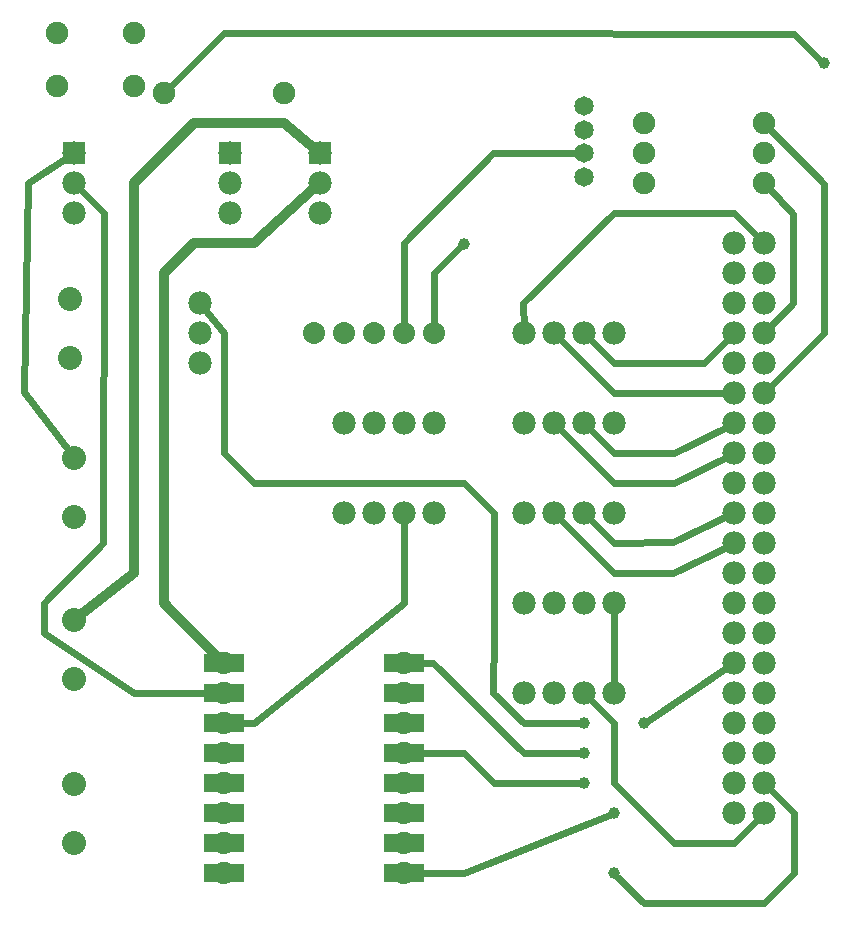
<source format=gbl>
G04 MADE WITH FRITZING*
G04 WWW.FRITZING.ORG*
G04 DOUBLE SIDED*
G04 HOLES PLATED*
G04 CONTOUR ON CENTER OF CONTOUR VECTOR*
%ASAXBY*%
%FSLAX23Y23*%
%MOIN*%
%OFA0B0*%
%SFA1.0B1.0*%
%ADD10C,0.039370*%
%ADD11C,0.075000*%
%ADD12C,0.078000*%
%ADD13C,0.065000*%
%ADD14C,0.080000*%
%ADD15C,0.073379*%
%ADD16C,0.074000*%
%ADD17R,0.078000X0.078000*%
%ADD18C,0.024000*%
%ADD19C,0.032000*%
%ADD20R,0.001000X0.001000*%
%LNCOPPER0*%
G90*
G70*
G54D10*
X2080Y335D03*
X1980Y634D03*
X2180Y633D03*
X1579Y2232D03*
X2779Y2834D03*
X1979Y533D03*
X1979Y433D03*
X2079Y134D03*
G54D11*
X479Y2757D03*
X223Y2757D03*
X479Y2934D03*
X223Y2934D03*
G54D12*
X799Y2534D03*
X799Y2434D03*
X799Y2334D03*
G54D13*
X1979Y2455D03*
X1979Y2534D03*
X1979Y2612D03*
X1979Y2691D03*
G54D14*
X280Y978D03*
X280Y781D03*
X280Y1518D03*
X280Y1321D03*
G54D15*
X1479Y1934D03*
X1379Y1934D03*
X1279Y1934D03*
X1179Y1934D03*
X1079Y1934D03*
G54D12*
X699Y2034D03*
X699Y1934D03*
X699Y1834D03*
G54D14*
X279Y431D03*
X279Y234D03*
G54D11*
X979Y2734D03*
X579Y2734D03*
X2579Y2634D03*
X2179Y2634D03*
X2579Y2534D03*
X2179Y2534D03*
X2579Y2434D03*
X2179Y2434D03*
G54D12*
X1099Y2534D03*
X1099Y2434D03*
X1099Y2334D03*
X279Y2534D03*
X279Y2434D03*
X279Y2334D03*
X2079Y734D03*
X1979Y734D03*
X1879Y734D03*
X1779Y734D03*
X1479Y1334D03*
X1379Y1334D03*
X1279Y1334D03*
X1179Y1334D03*
X1479Y1634D03*
X1379Y1634D03*
X1279Y1634D03*
X1179Y1634D03*
X2079Y1034D03*
X1979Y1034D03*
X1879Y1034D03*
X1779Y1034D03*
X2079Y1634D03*
X1979Y1634D03*
X1879Y1634D03*
X1779Y1634D03*
G54D14*
X268Y2046D03*
X268Y1849D03*
G54D12*
X2579Y334D03*
X2579Y434D03*
X2579Y534D03*
X2579Y634D03*
X2579Y734D03*
X2579Y834D03*
X2579Y934D03*
X2579Y1034D03*
X2579Y1134D03*
X2579Y1234D03*
X2579Y1334D03*
X2579Y1434D03*
X2579Y1534D03*
X2579Y1634D03*
X2579Y1734D03*
X2579Y1834D03*
X2579Y1934D03*
X2579Y2034D03*
X2579Y2134D03*
X2579Y2234D03*
X2579Y334D03*
X2579Y434D03*
X2579Y534D03*
X2579Y634D03*
X2579Y734D03*
X2579Y834D03*
X2579Y934D03*
X2579Y1034D03*
X2579Y1134D03*
X2579Y1234D03*
X2579Y1334D03*
X2579Y1434D03*
X2579Y1534D03*
X2579Y1634D03*
X2579Y1734D03*
X2579Y1834D03*
X2579Y1934D03*
X2579Y2034D03*
X2579Y2134D03*
X2579Y2234D03*
X2479Y2234D03*
X2479Y2134D03*
X2479Y2034D03*
X2479Y1934D03*
X2479Y1834D03*
X2479Y1734D03*
X2479Y1634D03*
X2479Y1534D03*
X2479Y1434D03*
X2479Y1334D03*
X2479Y1234D03*
X2479Y1134D03*
X2479Y1034D03*
X2479Y934D03*
X2479Y834D03*
X2479Y734D03*
X2479Y634D03*
X2479Y534D03*
X2479Y434D03*
X2479Y334D03*
X2079Y1934D03*
X1979Y1934D03*
X1879Y1934D03*
X1779Y1934D03*
X2079Y1334D03*
X1979Y1334D03*
X1879Y1334D03*
X1779Y1334D03*
G54D16*
X779Y134D03*
X779Y234D03*
X779Y334D03*
X779Y434D03*
X779Y534D03*
X779Y634D03*
X779Y734D03*
X779Y834D03*
X1379Y834D03*
X1379Y734D03*
X1379Y634D03*
X1379Y534D03*
X1379Y434D03*
X1379Y334D03*
X1379Y234D03*
X1379Y134D03*
G54D17*
X799Y2534D03*
X1099Y2534D03*
X279Y2534D03*
G54D18*
X879Y634D02*
X799Y634D01*
D02*
X1380Y1034D02*
X879Y634D01*
D02*
X1379Y1315D02*
X1380Y1034D01*
D02*
X2678Y2035D02*
X2678Y2332D01*
D02*
X2593Y1947D02*
X2678Y2035D01*
D02*
X2678Y2332D02*
X2592Y2421D01*
D02*
X2779Y1934D02*
X2779Y2432D01*
D02*
X2593Y1747D02*
X2779Y1934D01*
D02*
X2779Y2432D02*
X2592Y2621D01*
D02*
X1581Y134D02*
X1399Y134D01*
D02*
X2072Y332D02*
X1581Y134D01*
D02*
X1380Y2235D02*
X1678Y2533D01*
D02*
X1678Y2533D02*
X1967Y2534D01*
D02*
X1379Y1955D02*
X1380Y2235D01*
D02*
X1779Y633D02*
X1678Y733D01*
D02*
X1972Y634D02*
X1779Y633D01*
D02*
X1678Y733D02*
X1680Y934D01*
D02*
X1680Y1334D02*
X1580Y1434D01*
D02*
X880Y1434D02*
X780Y1534D01*
D02*
X1680Y934D02*
X1680Y1334D01*
D02*
X1580Y1434D02*
X880Y1434D01*
D02*
X780Y1534D02*
X780Y1934D01*
D02*
X780Y1934D02*
X711Y2019D01*
D02*
X2464Y823D02*
X2186Y637D01*
D02*
X1481Y2135D02*
X1480Y1955D01*
D02*
X1574Y2227D02*
X1481Y2135D01*
D02*
X780Y2933D02*
X592Y2746D01*
D02*
X1479Y2934D02*
X780Y2933D01*
D02*
X2680Y2932D02*
X1479Y2934D01*
D02*
X2777Y2835D02*
X2680Y2932D01*
D02*
X2777Y2835D02*
X2777Y2835D01*
G54D19*
D02*
X581Y2134D02*
X680Y2234D01*
D02*
X680Y2234D02*
X880Y2234D01*
D02*
X581Y1034D02*
X581Y2134D01*
D02*
X880Y2234D02*
X1085Y2421D01*
D02*
X765Y848D02*
X581Y1034D01*
G54D18*
D02*
X2079Y753D02*
X2079Y1015D01*
D02*
X2080Y634D02*
X1993Y720D01*
D02*
X2080Y434D02*
X2080Y634D01*
D02*
X2279Y233D02*
X2080Y434D01*
D02*
X2479Y233D02*
X2279Y233D01*
D02*
X2566Y320D02*
X2479Y233D01*
D02*
X1779Y533D02*
X1478Y833D01*
D02*
X1971Y533D02*
X1779Y533D01*
D02*
X1478Y833D02*
X1399Y834D01*
D02*
X1580Y534D02*
X1399Y534D01*
D02*
X1680Y434D02*
X1580Y534D01*
D02*
X1971Y433D02*
X1680Y434D01*
D02*
X2593Y420D02*
X2679Y333D01*
D02*
X2679Y333D02*
X2679Y133D01*
D02*
X2579Y33D02*
X2179Y33D01*
D02*
X2679Y133D02*
X2579Y33D01*
D02*
X2179Y33D02*
X2085Y128D01*
D02*
X1778Y2033D02*
X1779Y1953D01*
D02*
X2079Y2335D02*
X1778Y2033D01*
D02*
X2480Y2335D02*
X2079Y2335D01*
D02*
X2566Y2247D02*
X2480Y2335D01*
G54D19*
D02*
X479Y2434D02*
X479Y1134D01*
D02*
X479Y1134D02*
X298Y992D01*
D02*
X679Y2633D02*
X479Y2434D01*
D02*
X980Y2633D02*
X679Y2633D01*
D02*
X1085Y2546D02*
X980Y2633D01*
G54D18*
D02*
X113Y1738D02*
X127Y2433D01*
D02*
X127Y2433D02*
X264Y2523D01*
D02*
X266Y1536D02*
X113Y1738D01*
D02*
X378Y1235D02*
X379Y2334D01*
D02*
X180Y1033D02*
X378Y1235D01*
D02*
X181Y934D02*
X180Y1033D01*
D02*
X479Y734D02*
X181Y934D01*
D02*
X379Y2334D02*
X293Y2420D01*
D02*
X780Y733D02*
X479Y734D01*
D02*
X780Y733D02*
X780Y733D01*
D02*
X2380Y1834D02*
X2079Y1834D01*
D02*
X2279Y1534D02*
X2079Y1534D01*
D02*
X2279Y1435D02*
X2079Y1434D01*
D02*
X2079Y1434D02*
X1893Y1620D01*
D02*
X2462Y1525D02*
X2279Y1435D01*
D02*
X2079Y1534D02*
X1993Y1620D01*
D02*
X2462Y1625D02*
X2279Y1534D01*
D02*
X2079Y1734D02*
X1893Y1920D01*
D02*
X2460Y1734D02*
X2079Y1734D01*
D02*
X2079Y1834D02*
X1993Y1920D01*
D02*
X2466Y1920D02*
X2380Y1834D01*
D02*
X2277Y1133D02*
X2079Y1134D01*
D02*
X2277Y1236D02*
X2079Y1234D01*
D02*
X2079Y1134D02*
X1893Y1320D01*
D02*
X2462Y1225D02*
X2277Y1133D01*
D02*
X2079Y1234D02*
X1993Y1320D01*
D02*
X2462Y1326D02*
X2277Y1236D01*
G54D20*
X715Y862D02*
X773Y862D01*
X787Y862D02*
X845Y862D01*
X1315Y862D02*
X1373Y862D01*
X1387Y862D02*
X1445Y862D01*
X715Y861D02*
X770Y861D01*
X790Y861D02*
X845Y861D01*
X1315Y861D02*
X1370Y861D01*
X1390Y861D02*
X1445Y861D01*
X715Y860D02*
X767Y860D01*
X792Y860D02*
X845Y860D01*
X1315Y860D02*
X1367Y860D01*
X1392Y860D02*
X1445Y860D01*
X715Y859D02*
X765Y859D01*
X794Y859D02*
X845Y859D01*
X1315Y859D02*
X1365Y859D01*
X1394Y859D02*
X1445Y859D01*
X715Y858D02*
X764Y858D01*
X796Y858D02*
X845Y858D01*
X1315Y858D02*
X1364Y858D01*
X1396Y858D02*
X1445Y858D01*
X715Y857D02*
X762Y857D01*
X797Y857D02*
X845Y857D01*
X1315Y857D02*
X1362Y857D01*
X1397Y857D02*
X1445Y857D01*
X715Y856D02*
X761Y856D01*
X799Y856D02*
X845Y856D01*
X1315Y856D02*
X1361Y856D01*
X1398Y856D02*
X1445Y856D01*
X715Y855D02*
X760Y855D01*
X800Y855D02*
X845Y855D01*
X1315Y855D02*
X1360Y855D01*
X1400Y855D02*
X1445Y855D01*
X715Y854D02*
X759Y854D01*
X801Y854D02*
X845Y854D01*
X1315Y854D02*
X1359Y854D01*
X1401Y854D02*
X1445Y854D01*
X715Y853D02*
X758Y853D01*
X802Y853D02*
X845Y853D01*
X1315Y853D02*
X1358Y853D01*
X1402Y853D02*
X1445Y853D01*
X715Y852D02*
X757Y852D01*
X802Y852D02*
X845Y852D01*
X1315Y852D02*
X1357Y852D01*
X1402Y852D02*
X1445Y852D01*
X715Y851D02*
X756Y851D01*
X803Y851D02*
X845Y851D01*
X1315Y851D02*
X1356Y851D01*
X1403Y851D02*
X1445Y851D01*
X715Y850D02*
X756Y850D01*
X804Y850D02*
X845Y850D01*
X1315Y850D02*
X1356Y850D01*
X1404Y850D02*
X1445Y850D01*
X715Y849D02*
X755Y849D01*
X805Y849D02*
X845Y849D01*
X1315Y849D02*
X1355Y849D01*
X1405Y849D02*
X1445Y849D01*
X715Y848D02*
X754Y848D01*
X805Y848D02*
X845Y848D01*
X1315Y848D02*
X1354Y848D01*
X1405Y848D02*
X1445Y848D01*
X715Y847D02*
X754Y847D01*
X806Y847D02*
X845Y847D01*
X1315Y847D02*
X1354Y847D01*
X1406Y847D02*
X1445Y847D01*
X715Y846D02*
X753Y846D01*
X806Y846D02*
X845Y846D01*
X1315Y846D02*
X1353Y846D01*
X1406Y846D02*
X1445Y846D01*
X715Y845D02*
X753Y845D01*
X807Y845D02*
X845Y845D01*
X1315Y845D02*
X1353Y845D01*
X1407Y845D02*
X1445Y845D01*
X715Y844D02*
X753Y844D01*
X807Y844D02*
X845Y844D01*
X1315Y844D02*
X1353Y844D01*
X1407Y844D02*
X1445Y844D01*
X715Y843D02*
X752Y843D01*
X807Y843D02*
X845Y843D01*
X1315Y843D02*
X1352Y843D01*
X1407Y843D02*
X1445Y843D01*
X715Y842D02*
X752Y842D01*
X808Y842D02*
X845Y842D01*
X1315Y842D02*
X1352Y842D01*
X1408Y842D02*
X1445Y842D01*
X715Y841D02*
X752Y841D01*
X808Y841D02*
X845Y841D01*
X1315Y841D02*
X1352Y841D01*
X1408Y841D02*
X1445Y841D01*
X715Y840D02*
X751Y840D01*
X808Y840D02*
X845Y840D01*
X1315Y840D02*
X1351Y840D01*
X1408Y840D02*
X1445Y840D01*
X715Y839D02*
X751Y839D01*
X808Y839D02*
X845Y839D01*
X1315Y839D02*
X1351Y839D01*
X1408Y839D02*
X1445Y839D01*
X715Y838D02*
X751Y838D01*
X809Y838D02*
X845Y838D01*
X1315Y838D02*
X1351Y838D01*
X1408Y838D02*
X1445Y838D01*
X715Y837D02*
X751Y837D01*
X809Y837D02*
X845Y837D01*
X1315Y837D02*
X1351Y837D01*
X1409Y837D02*
X1445Y837D01*
X715Y836D02*
X751Y836D01*
X809Y836D02*
X845Y836D01*
X1315Y836D02*
X1351Y836D01*
X1409Y836D02*
X1445Y836D01*
X715Y835D02*
X751Y835D01*
X809Y835D02*
X845Y835D01*
X1315Y835D02*
X1351Y835D01*
X1409Y835D02*
X1445Y835D01*
X715Y834D02*
X751Y834D01*
X809Y834D02*
X845Y834D01*
X1315Y834D02*
X1351Y834D01*
X1409Y834D02*
X1445Y834D01*
X715Y833D02*
X751Y833D01*
X809Y833D02*
X845Y833D01*
X1315Y833D02*
X1351Y833D01*
X1409Y833D02*
X1445Y833D01*
X715Y832D02*
X751Y832D01*
X809Y832D02*
X845Y832D01*
X1315Y832D02*
X1351Y832D01*
X1409Y832D02*
X1445Y832D01*
X715Y831D02*
X751Y831D01*
X809Y831D02*
X845Y831D01*
X1315Y831D02*
X1351Y831D01*
X1409Y831D02*
X1445Y831D01*
X715Y830D02*
X751Y830D01*
X808Y830D02*
X845Y830D01*
X1315Y830D02*
X1351Y830D01*
X1408Y830D02*
X1445Y830D01*
X715Y829D02*
X751Y829D01*
X808Y829D02*
X845Y829D01*
X1315Y829D02*
X1351Y829D01*
X1408Y829D02*
X1445Y829D01*
X715Y828D02*
X752Y828D01*
X808Y828D02*
X845Y828D01*
X1315Y828D02*
X1351Y828D01*
X1408Y828D02*
X1445Y828D01*
X715Y827D02*
X752Y827D01*
X808Y827D02*
X845Y827D01*
X1315Y827D02*
X1352Y827D01*
X1408Y827D02*
X1445Y827D01*
X715Y826D02*
X752Y826D01*
X808Y826D02*
X845Y826D01*
X1315Y826D02*
X1352Y826D01*
X1408Y826D02*
X1445Y826D01*
X715Y825D02*
X752Y825D01*
X807Y825D02*
X845Y825D01*
X1315Y825D02*
X1352Y825D01*
X1407Y825D02*
X1445Y825D01*
X715Y824D02*
X753Y824D01*
X807Y824D02*
X845Y824D01*
X1315Y824D02*
X1353Y824D01*
X1407Y824D02*
X1445Y824D01*
X715Y823D02*
X753Y823D01*
X806Y823D02*
X845Y823D01*
X1315Y823D02*
X1353Y823D01*
X1406Y823D02*
X1445Y823D01*
X715Y822D02*
X754Y822D01*
X806Y822D02*
X845Y822D01*
X1315Y822D02*
X1354Y822D01*
X1406Y822D02*
X1445Y822D01*
X715Y821D02*
X754Y821D01*
X806Y821D02*
X845Y821D01*
X1315Y821D02*
X1354Y821D01*
X1405Y821D02*
X1445Y821D01*
X715Y820D02*
X755Y820D01*
X805Y820D02*
X845Y820D01*
X1315Y820D02*
X1355Y820D01*
X1405Y820D02*
X1445Y820D01*
X715Y819D02*
X755Y819D01*
X804Y819D02*
X845Y819D01*
X1315Y819D02*
X1355Y819D01*
X1404Y819D02*
X1445Y819D01*
X715Y818D02*
X756Y818D01*
X804Y818D02*
X845Y818D01*
X1315Y818D02*
X1356Y818D01*
X1404Y818D02*
X1445Y818D01*
X715Y817D02*
X757Y817D01*
X803Y817D02*
X845Y817D01*
X1315Y817D02*
X1357Y817D01*
X1403Y817D02*
X1445Y817D01*
X715Y816D02*
X758Y816D01*
X802Y816D02*
X845Y816D01*
X1315Y816D02*
X1358Y816D01*
X1402Y816D02*
X1445Y816D01*
X715Y815D02*
X758Y815D01*
X801Y815D02*
X845Y815D01*
X1315Y815D02*
X1358Y815D01*
X1401Y815D02*
X1445Y815D01*
X715Y814D02*
X759Y814D01*
X800Y814D02*
X845Y814D01*
X1315Y814D02*
X1359Y814D01*
X1400Y814D02*
X1445Y814D01*
X715Y813D02*
X761Y813D01*
X799Y813D02*
X845Y813D01*
X1315Y813D02*
X1360Y813D01*
X1399Y813D02*
X1445Y813D01*
X715Y812D02*
X762Y812D01*
X798Y812D02*
X845Y812D01*
X1315Y812D02*
X1362Y812D01*
X1398Y812D02*
X1445Y812D01*
X715Y811D02*
X763Y811D01*
X797Y811D02*
X845Y811D01*
X1315Y811D02*
X1363Y811D01*
X1397Y811D02*
X1445Y811D01*
X715Y810D02*
X764Y810D01*
X795Y810D02*
X845Y810D01*
X1315Y810D02*
X1364Y810D01*
X1395Y810D02*
X1445Y810D01*
X715Y809D02*
X766Y809D01*
X793Y809D02*
X845Y809D01*
X1315Y809D02*
X1366Y809D01*
X1393Y809D02*
X1445Y809D01*
X715Y808D02*
X768Y808D01*
X791Y808D02*
X845Y808D01*
X1315Y808D02*
X1368Y808D01*
X1391Y808D02*
X1445Y808D01*
X715Y807D02*
X771Y807D01*
X789Y807D02*
X845Y807D01*
X1315Y807D02*
X1371Y807D01*
X1389Y807D02*
X1445Y807D01*
X715Y806D02*
X774Y806D01*
X786Y806D02*
X845Y806D01*
X1315Y806D02*
X1374Y806D01*
X1385Y806D02*
X1445Y806D01*
X715Y762D02*
X773Y762D01*
X787Y762D02*
X845Y762D01*
X1315Y762D02*
X1373Y762D01*
X1387Y762D02*
X1445Y762D01*
X715Y761D02*
X770Y761D01*
X790Y761D02*
X845Y761D01*
X1315Y761D02*
X1369Y761D01*
X1390Y761D02*
X1445Y761D01*
X715Y760D02*
X767Y760D01*
X792Y760D02*
X845Y760D01*
X1315Y760D02*
X1367Y760D01*
X1392Y760D02*
X1445Y760D01*
X715Y759D02*
X765Y759D01*
X794Y759D02*
X845Y759D01*
X1315Y759D02*
X1365Y759D01*
X1394Y759D02*
X1445Y759D01*
X715Y758D02*
X764Y758D01*
X796Y758D02*
X845Y758D01*
X1315Y758D02*
X1364Y758D01*
X1396Y758D02*
X1445Y758D01*
X715Y757D02*
X762Y757D01*
X797Y757D02*
X845Y757D01*
X1315Y757D02*
X1362Y757D01*
X1397Y757D02*
X1445Y757D01*
X715Y756D02*
X761Y756D01*
X799Y756D02*
X845Y756D01*
X1315Y756D02*
X1361Y756D01*
X1398Y756D02*
X1445Y756D01*
X715Y755D02*
X760Y755D01*
X800Y755D02*
X845Y755D01*
X1315Y755D02*
X1360Y755D01*
X1400Y755D02*
X1445Y755D01*
X715Y754D02*
X759Y754D01*
X801Y754D02*
X845Y754D01*
X1315Y754D02*
X1359Y754D01*
X1401Y754D02*
X1445Y754D01*
X715Y753D02*
X758Y753D01*
X802Y753D02*
X845Y753D01*
X1315Y753D02*
X1358Y753D01*
X1402Y753D02*
X1445Y753D01*
X715Y752D02*
X757Y752D01*
X802Y752D02*
X845Y752D01*
X1315Y752D02*
X1357Y752D01*
X1402Y752D02*
X1445Y752D01*
X715Y751D02*
X756Y751D01*
X803Y751D02*
X845Y751D01*
X1315Y751D02*
X1356Y751D01*
X1403Y751D02*
X1445Y751D01*
X715Y750D02*
X756Y750D01*
X804Y750D02*
X845Y750D01*
X1315Y750D02*
X1356Y750D01*
X1404Y750D02*
X1445Y750D01*
X715Y749D02*
X755Y749D01*
X805Y749D02*
X845Y749D01*
X1315Y749D02*
X1355Y749D01*
X1405Y749D02*
X1445Y749D01*
X715Y748D02*
X754Y748D01*
X805Y748D02*
X845Y748D01*
X1315Y748D02*
X1354Y748D01*
X1405Y748D02*
X1445Y748D01*
X715Y747D02*
X754Y747D01*
X806Y747D02*
X845Y747D01*
X1315Y747D02*
X1354Y747D01*
X1406Y747D02*
X1445Y747D01*
X715Y746D02*
X753Y746D01*
X806Y746D02*
X845Y746D01*
X1315Y746D02*
X1353Y746D01*
X1406Y746D02*
X1445Y746D01*
X715Y745D02*
X753Y745D01*
X807Y745D02*
X845Y745D01*
X1315Y745D02*
X1353Y745D01*
X1407Y745D02*
X1445Y745D01*
X715Y744D02*
X753Y744D01*
X807Y744D02*
X845Y744D01*
X1315Y744D02*
X1353Y744D01*
X1407Y744D02*
X1445Y744D01*
X715Y743D02*
X752Y743D01*
X807Y743D02*
X845Y743D01*
X1315Y743D02*
X1352Y743D01*
X1407Y743D02*
X1445Y743D01*
X715Y742D02*
X752Y742D01*
X808Y742D02*
X845Y742D01*
X1315Y742D02*
X1352Y742D01*
X1408Y742D02*
X1445Y742D01*
X715Y741D02*
X752Y741D01*
X808Y741D02*
X845Y741D01*
X1315Y741D02*
X1352Y741D01*
X1408Y741D02*
X1445Y741D01*
X715Y740D02*
X751Y740D01*
X808Y740D02*
X845Y740D01*
X1315Y740D02*
X1351Y740D01*
X1408Y740D02*
X1445Y740D01*
X715Y739D02*
X751Y739D01*
X808Y739D02*
X845Y739D01*
X1315Y739D02*
X1351Y739D01*
X1408Y739D02*
X1445Y739D01*
X715Y738D02*
X751Y738D01*
X809Y738D02*
X845Y738D01*
X1315Y738D02*
X1351Y738D01*
X1408Y738D02*
X1445Y738D01*
X715Y737D02*
X751Y737D01*
X809Y737D02*
X845Y737D01*
X1315Y737D02*
X1351Y737D01*
X1409Y737D02*
X1445Y737D01*
X715Y736D02*
X751Y736D01*
X809Y736D02*
X845Y736D01*
X1315Y736D02*
X1351Y736D01*
X1409Y736D02*
X1445Y736D01*
X715Y735D02*
X751Y735D01*
X809Y735D02*
X845Y735D01*
X1315Y735D02*
X1351Y735D01*
X1409Y735D02*
X1445Y735D01*
X715Y734D02*
X751Y734D01*
X809Y734D02*
X845Y734D01*
X1315Y734D02*
X1351Y734D01*
X1409Y734D02*
X1445Y734D01*
X715Y733D02*
X751Y733D01*
X809Y733D02*
X845Y733D01*
X1315Y733D02*
X1351Y733D01*
X1409Y733D02*
X1445Y733D01*
X715Y732D02*
X751Y732D01*
X809Y732D02*
X845Y732D01*
X1315Y732D02*
X1351Y732D01*
X1409Y732D02*
X1445Y732D01*
X715Y731D02*
X751Y731D01*
X809Y731D02*
X845Y731D01*
X1315Y731D02*
X1351Y731D01*
X1409Y731D02*
X1445Y731D01*
X715Y730D02*
X751Y730D01*
X808Y730D02*
X845Y730D01*
X1315Y730D02*
X1351Y730D01*
X1408Y730D02*
X1445Y730D01*
X715Y729D02*
X751Y729D01*
X808Y729D02*
X845Y729D01*
X1315Y729D02*
X1351Y729D01*
X1408Y729D02*
X1445Y729D01*
X715Y728D02*
X752Y728D01*
X808Y728D02*
X845Y728D01*
X1315Y728D02*
X1351Y728D01*
X1408Y728D02*
X1445Y728D01*
X715Y727D02*
X752Y727D01*
X808Y727D02*
X845Y727D01*
X1315Y727D02*
X1352Y727D01*
X1408Y727D02*
X1445Y727D01*
X715Y726D02*
X752Y726D01*
X808Y726D02*
X845Y726D01*
X1315Y726D02*
X1352Y726D01*
X1408Y726D02*
X1445Y726D01*
X715Y725D02*
X752Y725D01*
X807Y725D02*
X845Y725D01*
X1315Y725D02*
X1352Y725D01*
X1407Y725D02*
X1445Y725D01*
X715Y724D02*
X753Y724D01*
X807Y724D02*
X845Y724D01*
X1315Y724D02*
X1353Y724D01*
X1407Y724D02*
X1445Y724D01*
X715Y723D02*
X753Y723D01*
X806Y723D02*
X845Y723D01*
X1315Y723D02*
X1353Y723D01*
X1406Y723D02*
X1445Y723D01*
X715Y722D02*
X754Y722D01*
X806Y722D02*
X845Y722D01*
X1315Y722D02*
X1354Y722D01*
X1406Y722D02*
X1445Y722D01*
X715Y721D02*
X754Y721D01*
X806Y721D02*
X845Y721D01*
X1315Y721D02*
X1354Y721D01*
X1405Y721D02*
X1445Y721D01*
X715Y720D02*
X755Y720D01*
X805Y720D02*
X845Y720D01*
X1315Y720D02*
X1355Y720D01*
X1405Y720D02*
X1445Y720D01*
X715Y719D02*
X755Y719D01*
X804Y719D02*
X845Y719D01*
X1315Y719D02*
X1355Y719D01*
X1404Y719D02*
X1445Y719D01*
X715Y718D02*
X756Y718D01*
X804Y718D02*
X845Y718D01*
X1315Y718D02*
X1356Y718D01*
X1404Y718D02*
X1445Y718D01*
X715Y717D02*
X757Y717D01*
X803Y717D02*
X845Y717D01*
X1315Y717D02*
X1357Y717D01*
X1403Y717D02*
X1445Y717D01*
X715Y716D02*
X758Y716D01*
X802Y716D02*
X845Y716D01*
X1315Y716D02*
X1358Y716D01*
X1402Y716D02*
X1445Y716D01*
X715Y715D02*
X758Y715D01*
X801Y715D02*
X845Y715D01*
X1315Y715D02*
X1358Y715D01*
X1401Y715D02*
X1445Y715D01*
X715Y714D02*
X759Y714D01*
X800Y714D02*
X845Y714D01*
X1315Y714D02*
X1359Y714D01*
X1400Y714D02*
X1445Y714D01*
X715Y713D02*
X761Y713D01*
X799Y713D02*
X845Y713D01*
X1315Y713D02*
X1360Y713D01*
X1399Y713D02*
X1445Y713D01*
X715Y712D02*
X762Y712D01*
X798Y712D02*
X845Y712D01*
X1315Y712D02*
X1362Y712D01*
X1398Y712D02*
X1445Y712D01*
X715Y711D02*
X763Y711D01*
X797Y711D02*
X845Y711D01*
X1315Y711D02*
X1363Y711D01*
X1397Y711D02*
X1445Y711D01*
X715Y710D02*
X764Y710D01*
X795Y710D02*
X845Y710D01*
X1315Y710D02*
X1364Y710D01*
X1395Y710D02*
X1445Y710D01*
X715Y709D02*
X766Y709D01*
X793Y709D02*
X845Y709D01*
X1315Y709D02*
X1366Y709D01*
X1393Y709D02*
X1445Y709D01*
X715Y708D02*
X768Y708D01*
X791Y708D02*
X845Y708D01*
X1315Y708D02*
X1368Y708D01*
X1391Y708D02*
X1445Y708D01*
X715Y707D02*
X771Y707D01*
X789Y707D02*
X845Y707D01*
X1315Y707D02*
X1371Y707D01*
X1389Y707D02*
X1445Y707D01*
X715Y706D02*
X774Y706D01*
X786Y706D02*
X845Y706D01*
X1315Y706D02*
X1374Y706D01*
X1385Y706D02*
X1445Y706D01*
X715Y662D02*
X773Y662D01*
X787Y662D02*
X845Y662D01*
X1315Y662D02*
X1373Y662D01*
X1387Y662D02*
X1445Y662D01*
X715Y661D02*
X770Y661D01*
X790Y661D02*
X845Y661D01*
X1315Y661D02*
X1369Y661D01*
X1390Y661D02*
X1445Y661D01*
X715Y660D02*
X767Y660D01*
X793Y660D02*
X845Y660D01*
X1315Y660D02*
X1367Y660D01*
X1392Y660D02*
X1445Y660D01*
X715Y659D02*
X765Y659D01*
X794Y659D02*
X845Y659D01*
X1315Y659D02*
X1365Y659D01*
X1394Y659D02*
X1445Y659D01*
X715Y658D02*
X764Y658D01*
X796Y658D02*
X845Y658D01*
X1315Y658D02*
X1364Y658D01*
X1396Y658D02*
X1445Y658D01*
X715Y657D02*
X762Y657D01*
X797Y657D02*
X845Y657D01*
X1315Y657D02*
X1362Y657D01*
X1397Y657D02*
X1445Y657D01*
X715Y656D02*
X761Y656D01*
X799Y656D02*
X845Y656D01*
X1315Y656D02*
X1361Y656D01*
X1398Y656D02*
X1445Y656D01*
X715Y655D02*
X760Y655D01*
X800Y655D02*
X845Y655D01*
X1315Y655D02*
X1360Y655D01*
X1400Y655D02*
X1445Y655D01*
X715Y654D02*
X759Y654D01*
X801Y654D02*
X845Y654D01*
X1315Y654D02*
X1359Y654D01*
X1401Y654D02*
X1445Y654D01*
X715Y653D02*
X758Y653D01*
X802Y653D02*
X845Y653D01*
X1315Y653D02*
X1358Y653D01*
X1402Y653D02*
X1445Y653D01*
X715Y652D02*
X757Y652D01*
X802Y652D02*
X845Y652D01*
X1315Y652D02*
X1357Y652D01*
X1402Y652D02*
X1445Y652D01*
X715Y651D02*
X756Y651D01*
X803Y651D02*
X845Y651D01*
X1315Y651D02*
X1356Y651D01*
X1403Y651D02*
X1445Y651D01*
X715Y650D02*
X756Y650D01*
X804Y650D02*
X845Y650D01*
X1315Y650D02*
X1356Y650D01*
X1404Y650D02*
X1445Y650D01*
X715Y649D02*
X755Y649D01*
X805Y649D02*
X845Y649D01*
X1315Y649D02*
X1355Y649D01*
X1405Y649D02*
X1445Y649D01*
X715Y648D02*
X754Y648D01*
X805Y648D02*
X845Y648D01*
X1315Y648D02*
X1354Y648D01*
X1405Y648D02*
X1445Y648D01*
X715Y647D02*
X754Y647D01*
X806Y647D02*
X845Y647D01*
X1315Y647D02*
X1354Y647D01*
X1406Y647D02*
X1445Y647D01*
X715Y646D02*
X753Y646D01*
X806Y646D02*
X845Y646D01*
X1315Y646D02*
X1353Y646D01*
X1406Y646D02*
X1445Y646D01*
X715Y645D02*
X753Y645D01*
X807Y645D02*
X845Y645D01*
X1315Y645D02*
X1353Y645D01*
X1407Y645D02*
X1445Y645D01*
X715Y644D02*
X753Y644D01*
X807Y644D02*
X845Y644D01*
X1315Y644D02*
X1353Y644D01*
X1407Y644D02*
X1445Y644D01*
X715Y643D02*
X752Y643D01*
X807Y643D02*
X845Y643D01*
X1315Y643D02*
X1352Y643D01*
X1407Y643D02*
X1445Y643D01*
X715Y642D02*
X752Y642D01*
X808Y642D02*
X845Y642D01*
X1315Y642D02*
X1352Y642D01*
X1408Y642D02*
X1445Y642D01*
X715Y641D02*
X752Y641D01*
X808Y641D02*
X845Y641D01*
X1315Y641D02*
X1352Y641D01*
X1408Y641D02*
X1445Y641D01*
X715Y640D02*
X751Y640D01*
X808Y640D02*
X845Y640D01*
X1315Y640D02*
X1351Y640D01*
X1408Y640D02*
X1445Y640D01*
X715Y639D02*
X751Y639D01*
X808Y639D02*
X845Y639D01*
X1315Y639D02*
X1351Y639D01*
X1408Y639D02*
X1445Y639D01*
X715Y638D02*
X751Y638D01*
X809Y638D02*
X845Y638D01*
X1315Y638D02*
X1351Y638D01*
X1408Y638D02*
X1445Y638D01*
X715Y637D02*
X751Y637D01*
X809Y637D02*
X845Y637D01*
X1315Y637D02*
X1351Y637D01*
X1409Y637D02*
X1445Y637D01*
X715Y636D02*
X751Y636D01*
X809Y636D02*
X845Y636D01*
X1315Y636D02*
X1351Y636D01*
X1409Y636D02*
X1445Y636D01*
X715Y635D02*
X751Y635D01*
X809Y635D02*
X845Y635D01*
X1315Y635D02*
X1351Y635D01*
X1409Y635D02*
X1445Y635D01*
X715Y634D02*
X751Y634D01*
X809Y634D02*
X845Y634D01*
X1315Y634D02*
X1351Y634D01*
X1409Y634D02*
X1445Y634D01*
X715Y633D02*
X751Y633D01*
X809Y633D02*
X845Y633D01*
X1315Y633D02*
X1351Y633D01*
X1409Y633D02*
X1445Y633D01*
X715Y632D02*
X751Y632D01*
X809Y632D02*
X845Y632D01*
X1315Y632D02*
X1351Y632D01*
X1409Y632D02*
X1445Y632D01*
X715Y631D02*
X751Y631D01*
X809Y631D02*
X845Y631D01*
X1315Y631D02*
X1351Y631D01*
X1409Y631D02*
X1445Y631D01*
X715Y630D02*
X751Y630D01*
X808Y630D02*
X845Y630D01*
X1315Y630D02*
X1351Y630D01*
X1408Y630D02*
X1445Y630D01*
X715Y629D02*
X751Y629D01*
X808Y629D02*
X845Y629D01*
X1315Y629D02*
X1351Y629D01*
X1408Y629D02*
X1445Y629D01*
X715Y628D02*
X752Y628D01*
X808Y628D02*
X845Y628D01*
X1315Y628D02*
X1351Y628D01*
X1408Y628D02*
X1445Y628D01*
X715Y627D02*
X752Y627D01*
X808Y627D02*
X845Y627D01*
X1315Y627D02*
X1352Y627D01*
X1408Y627D02*
X1445Y627D01*
X715Y626D02*
X752Y626D01*
X808Y626D02*
X845Y626D01*
X1315Y626D02*
X1352Y626D01*
X1408Y626D02*
X1445Y626D01*
X715Y625D02*
X752Y625D01*
X807Y625D02*
X845Y625D01*
X1315Y625D02*
X1352Y625D01*
X1407Y625D02*
X1445Y625D01*
X715Y624D02*
X753Y624D01*
X807Y624D02*
X845Y624D01*
X1315Y624D02*
X1353Y624D01*
X1407Y624D02*
X1445Y624D01*
X715Y623D02*
X753Y623D01*
X806Y623D02*
X845Y623D01*
X1315Y623D02*
X1353Y623D01*
X1406Y623D02*
X1445Y623D01*
X715Y622D02*
X754Y622D01*
X806Y622D02*
X845Y622D01*
X1315Y622D02*
X1354Y622D01*
X1406Y622D02*
X1445Y622D01*
X715Y621D02*
X754Y621D01*
X806Y621D02*
X845Y621D01*
X1315Y621D02*
X1354Y621D01*
X1405Y621D02*
X1445Y621D01*
X715Y620D02*
X755Y620D01*
X805Y620D02*
X845Y620D01*
X1315Y620D02*
X1355Y620D01*
X1405Y620D02*
X1445Y620D01*
X715Y619D02*
X755Y619D01*
X804Y619D02*
X845Y619D01*
X1315Y619D02*
X1355Y619D01*
X1404Y619D02*
X1445Y619D01*
X715Y618D02*
X756Y618D01*
X804Y618D02*
X845Y618D01*
X1315Y618D02*
X1356Y618D01*
X1404Y618D02*
X1445Y618D01*
X715Y617D02*
X757Y617D01*
X803Y617D02*
X845Y617D01*
X1315Y617D02*
X1357Y617D01*
X1403Y617D02*
X1445Y617D01*
X715Y616D02*
X758Y616D01*
X802Y616D02*
X845Y616D01*
X1315Y616D02*
X1358Y616D01*
X1402Y616D02*
X1445Y616D01*
X715Y615D02*
X758Y615D01*
X801Y615D02*
X845Y615D01*
X1315Y615D02*
X1358Y615D01*
X1401Y615D02*
X1445Y615D01*
X715Y614D02*
X759Y614D01*
X800Y614D02*
X845Y614D01*
X1315Y614D02*
X1359Y614D01*
X1400Y614D02*
X1445Y614D01*
X715Y613D02*
X761Y613D01*
X799Y613D02*
X845Y613D01*
X1315Y613D02*
X1360Y613D01*
X1399Y613D02*
X1445Y613D01*
X715Y612D02*
X762Y612D01*
X798Y612D02*
X845Y612D01*
X1315Y612D02*
X1362Y612D01*
X1398Y612D02*
X1445Y612D01*
X715Y611D02*
X763Y611D01*
X797Y611D02*
X845Y611D01*
X1315Y611D02*
X1363Y611D01*
X1397Y611D02*
X1445Y611D01*
X715Y610D02*
X764Y610D01*
X795Y610D02*
X845Y610D01*
X1315Y610D02*
X1364Y610D01*
X1395Y610D02*
X1445Y610D01*
X715Y609D02*
X766Y609D01*
X793Y609D02*
X845Y609D01*
X1315Y609D02*
X1366Y609D01*
X1393Y609D02*
X1445Y609D01*
X715Y608D02*
X768Y608D01*
X791Y608D02*
X845Y608D01*
X1315Y608D02*
X1368Y608D01*
X1391Y608D02*
X1445Y608D01*
X715Y607D02*
X771Y607D01*
X789Y607D02*
X845Y607D01*
X1315Y607D02*
X1371Y607D01*
X1389Y607D02*
X1445Y607D01*
X715Y606D02*
X774Y606D01*
X785Y606D02*
X845Y606D01*
X1315Y606D02*
X1374Y606D01*
X1385Y606D02*
X1445Y606D01*
X715Y562D02*
X773Y562D01*
X787Y562D02*
X845Y562D01*
X1315Y562D02*
X1373Y562D01*
X1387Y562D02*
X1445Y562D01*
X715Y561D02*
X769Y561D01*
X790Y561D02*
X845Y561D01*
X1315Y561D02*
X1369Y561D01*
X1390Y561D02*
X1445Y561D01*
X715Y560D02*
X767Y560D01*
X793Y560D02*
X845Y560D01*
X1315Y560D02*
X1367Y560D01*
X1392Y560D02*
X1445Y560D01*
X715Y559D02*
X765Y559D01*
X794Y559D02*
X845Y559D01*
X1315Y559D02*
X1365Y559D01*
X1394Y559D02*
X1445Y559D01*
X715Y558D02*
X764Y558D01*
X796Y558D02*
X845Y558D01*
X1315Y558D02*
X1364Y558D01*
X1396Y558D02*
X1445Y558D01*
X715Y557D02*
X762Y557D01*
X797Y557D02*
X845Y557D01*
X1315Y557D02*
X1362Y557D01*
X1397Y557D02*
X1445Y557D01*
X715Y556D02*
X761Y556D01*
X799Y556D02*
X845Y556D01*
X1315Y556D02*
X1361Y556D01*
X1399Y556D02*
X1445Y556D01*
X715Y555D02*
X760Y555D01*
X800Y555D02*
X845Y555D01*
X1315Y555D02*
X1360Y555D01*
X1400Y555D02*
X1445Y555D01*
X715Y554D02*
X759Y554D01*
X801Y554D02*
X845Y554D01*
X1315Y554D02*
X1359Y554D01*
X1401Y554D02*
X1445Y554D01*
X715Y553D02*
X758Y553D01*
X802Y553D02*
X845Y553D01*
X1315Y553D02*
X1358Y553D01*
X1402Y553D02*
X1445Y553D01*
X715Y552D02*
X757Y552D01*
X802Y552D02*
X845Y552D01*
X1315Y552D02*
X1357Y552D01*
X1402Y552D02*
X1445Y552D01*
X715Y551D02*
X756Y551D01*
X803Y551D02*
X845Y551D01*
X1315Y551D02*
X1356Y551D01*
X1403Y551D02*
X1445Y551D01*
X715Y550D02*
X756Y550D01*
X804Y550D02*
X845Y550D01*
X1315Y550D02*
X1356Y550D01*
X1404Y550D02*
X1445Y550D01*
X715Y549D02*
X755Y549D01*
X805Y549D02*
X845Y549D01*
X1315Y549D02*
X1355Y549D01*
X1405Y549D02*
X1445Y549D01*
X715Y548D02*
X754Y548D01*
X805Y548D02*
X845Y548D01*
X1315Y548D02*
X1354Y548D01*
X1405Y548D02*
X1445Y548D01*
X715Y547D02*
X754Y547D01*
X806Y547D02*
X845Y547D01*
X1315Y547D02*
X1354Y547D01*
X1406Y547D02*
X1445Y547D01*
X715Y546D02*
X753Y546D01*
X806Y546D02*
X845Y546D01*
X1315Y546D02*
X1353Y546D01*
X1406Y546D02*
X1445Y546D01*
X715Y545D02*
X753Y545D01*
X807Y545D02*
X845Y545D01*
X1315Y545D02*
X1353Y545D01*
X1407Y545D02*
X1445Y545D01*
X715Y544D02*
X753Y544D01*
X807Y544D02*
X845Y544D01*
X1315Y544D02*
X1353Y544D01*
X1407Y544D02*
X1445Y544D01*
X715Y543D02*
X752Y543D01*
X807Y543D02*
X845Y543D01*
X1315Y543D02*
X1352Y543D01*
X1407Y543D02*
X1445Y543D01*
X715Y542D02*
X752Y542D01*
X808Y542D02*
X845Y542D01*
X1315Y542D02*
X1352Y542D01*
X1408Y542D02*
X1445Y542D01*
X715Y541D02*
X752Y541D01*
X808Y541D02*
X845Y541D01*
X1315Y541D02*
X1352Y541D01*
X1408Y541D02*
X1445Y541D01*
X715Y540D02*
X751Y540D01*
X808Y540D02*
X845Y540D01*
X1315Y540D02*
X1351Y540D01*
X1408Y540D02*
X1445Y540D01*
X715Y539D02*
X751Y539D01*
X808Y539D02*
X845Y539D01*
X1315Y539D02*
X1351Y539D01*
X1408Y539D02*
X1445Y539D01*
X715Y538D02*
X751Y538D01*
X809Y538D02*
X845Y538D01*
X1315Y538D02*
X1351Y538D01*
X1408Y538D02*
X1445Y538D01*
X715Y537D02*
X751Y537D01*
X809Y537D02*
X845Y537D01*
X1315Y537D02*
X1351Y537D01*
X1409Y537D02*
X1445Y537D01*
X715Y536D02*
X751Y536D01*
X809Y536D02*
X845Y536D01*
X1315Y536D02*
X1351Y536D01*
X1409Y536D02*
X1445Y536D01*
X715Y535D02*
X751Y535D01*
X809Y535D02*
X845Y535D01*
X1315Y535D02*
X1351Y535D01*
X1409Y535D02*
X1445Y535D01*
X715Y534D02*
X751Y534D01*
X809Y534D02*
X845Y534D01*
X1315Y534D02*
X1351Y534D01*
X1409Y534D02*
X1445Y534D01*
X715Y533D02*
X751Y533D01*
X809Y533D02*
X845Y533D01*
X1315Y533D02*
X1351Y533D01*
X1409Y533D02*
X1445Y533D01*
X715Y532D02*
X751Y532D01*
X809Y532D02*
X845Y532D01*
X1315Y532D02*
X1351Y532D01*
X1409Y532D02*
X1445Y532D01*
X715Y531D02*
X751Y531D01*
X809Y531D02*
X845Y531D01*
X1315Y531D02*
X1351Y531D01*
X1409Y531D02*
X1445Y531D01*
X715Y530D02*
X751Y530D01*
X808Y530D02*
X845Y530D01*
X1315Y530D02*
X1351Y530D01*
X1408Y530D02*
X1445Y530D01*
X715Y529D02*
X751Y529D01*
X808Y529D02*
X845Y529D01*
X1315Y529D02*
X1351Y529D01*
X1408Y529D02*
X1445Y529D01*
X715Y528D02*
X752Y528D01*
X808Y528D02*
X845Y528D01*
X1315Y528D02*
X1351Y528D01*
X1408Y528D02*
X1445Y528D01*
X715Y527D02*
X752Y527D01*
X808Y527D02*
X845Y527D01*
X1315Y527D02*
X1352Y527D01*
X1408Y527D02*
X1445Y527D01*
X715Y526D02*
X752Y526D01*
X808Y526D02*
X845Y526D01*
X1315Y526D02*
X1352Y526D01*
X1408Y526D02*
X1445Y526D01*
X715Y525D02*
X752Y525D01*
X807Y525D02*
X845Y525D01*
X1315Y525D02*
X1352Y525D01*
X1407Y525D02*
X1445Y525D01*
X715Y524D02*
X753Y524D01*
X807Y524D02*
X845Y524D01*
X1315Y524D02*
X1353Y524D01*
X1407Y524D02*
X1445Y524D01*
X715Y523D02*
X753Y523D01*
X806Y523D02*
X845Y523D01*
X1315Y523D02*
X1353Y523D01*
X1406Y523D02*
X1445Y523D01*
X715Y522D02*
X754Y522D01*
X806Y522D02*
X845Y522D01*
X1315Y522D02*
X1354Y522D01*
X1406Y522D02*
X1445Y522D01*
X715Y521D02*
X754Y521D01*
X806Y521D02*
X845Y521D01*
X1315Y521D02*
X1354Y521D01*
X1405Y521D02*
X1445Y521D01*
X715Y520D02*
X755Y520D01*
X805Y520D02*
X845Y520D01*
X1315Y520D02*
X1355Y520D01*
X1405Y520D02*
X1445Y520D01*
X715Y519D02*
X755Y519D01*
X804Y519D02*
X845Y519D01*
X1315Y519D02*
X1355Y519D01*
X1404Y519D02*
X1445Y519D01*
X715Y518D02*
X756Y518D01*
X804Y518D02*
X845Y518D01*
X1315Y518D02*
X1356Y518D01*
X1404Y518D02*
X1445Y518D01*
X715Y517D02*
X757Y517D01*
X803Y517D02*
X845Y517D01*
X1315Y517D02*
X1357Y517D01*
X1403Y517D02*
X1445Y517D01*
X715Y516D02*
X758Y516D01*
X802Y516D02*
X845Y516D01*
X1315Y516D02*
X1358Y516D01*
X1402Y516D02*
X1445Y516D01*
X715Y515D02*
X758Y515D01*
X801Y515D02*
X845Y515D01*
X1315Y515D02*
X1358Y515D01*
X1401Y515D02*
X1445Y515D01*
X715Y514D02*
X759Y514D01*
X800Y514D02*
X845Y514D01*
X1315Y514D02*
X1359Y514D01*
X1400Y514D02*
X1445Y514D01*
X715Y513D02*
X761Y513D01*
X799Y513D02*
X845Y513D01*
X1315Y513D02*
X1360Y513D01*
X1399Y513D02*
X1445Y513D01*
X715Y512D02*
X762Y512D01*
X798Y512D02*
X845Y512D01*
X1315Y512D02*
X1362Y512D01*
X1398Y512D02*
X1445Y512D01*
X715Y511D02*
X763Y511D01*
X797Y511D02*
X845Y511D01*
X1315Y511D02*
X1363Y511D01*
X1397Y511D02*
X1445Y511D01*
X715Y510D02*
X764Y510D01*
X795Y510D02*
X845Y510D01*
X1315Y510D02*
X1364Y510D01*
X1395Y510D02*
X1445Y510D01*
X715Y509D02*
X766Y509D01*
X793Y509D02*
X845Y509D01*
X1315Y509D02*
X1366Y509D01*
X1393Y509D02*
X1445Y509D01*
X715Y508D02*
X768Y508D01*
X791Y508D02*
X845Y508D01*
X1315Y508D02*
X1368Y508D01*
X1391Y508D02*
X1445Y508D01*
X715Y507D02*
X771Y507D01*
X789Y507D02*
X845Y507D01*
X1315Y507D02*
X1371Y507D01*
X1388Y507D02*
X1445Y507D01*
X715Y506D02*
X774Y506D01*
X786Y506D02*
X845Y506D01*
X1315Y506D02*
X1374Y506D01*
X1385Y506D02*
X1445Y506D01*
X715Y462D02*
X773Y462D01*
X787Y462D02*
X845Y462D01*
X1315Y462D02*
X1373Y462D01*
X1387Y462D02*
X1445Y462D01*
X715Y461D02*
X769Y461D01*
X790Y461D02*
X845Y461D01*
X1315Y461D02*
X1369Y461D01*
X1390Y461D02*
X1445Y461D01*
X715Y460D02*
X767Y460D01*
X793Y460D02*
X845Y460D01*
X1315Y460D02*
X1367Y460D01*
X1392Y460D02*
X1445Y460D01*
X715Y459D02*
X765Y459D01*
X794Y459D02*
X845Y459D01*
X1315Y459D02*
X1365Y459D01*
X1394Y459D02*
X1445Y459D01*
X715Y458D02*
X764Y458D01*
X796Y458D02*
X845Y458D01*
X1315Y458D02*
X1363Y458D01*
X1396Y458D02*
X1445Y458D01*
X715Y457D02*
X762Y457D01*
X797Y457D02*
X845Y457D01*
X1315Y457D02*
X1362Y457D01*
X1397Y457D02*
X1445Y457D01*
X715Y456D02*
X761Y456D01*
X799Y456D02*
X845Y456D01*
X1315Y456D02*
X1361Y456D01*
X1399Y456D02*
X1445Y456D01*
X715Y455D02*
X760Y455D01*
X800Y455D02*
X845Y455D01*
X1315Y455D02*
X1360Y455D01*
X1400Y455D02*
X1445Y455D01*
X715Y454D02*
X759Y454D01*
X801Y454D02*
X845Y454D01*
X1315Y454D02*
X1359Y454D01*
X1401Y454D02*
X1445Y454D01*
X715Y453D02*
X758Y453D01*
X802Y453D02*
X845Y453D01*
X1315Y453D02*
X1358Y453D01*
X1402Y453D02*
X1445Y453D01*
X715Y452D02*
X757Y452D01*
X802Y452D02*
X845Y452D01*
X1315Y452D02*
X1357Y452D01*
X1402Y452D02*
X1445Y452D01*
X715Y451D02*
X756Y451D01*
X803Y451D02*
X845Y451D01*
X1315Y451D02*
X1356Y451D01*
X1403Y451D02*
X1445Y451D01*
X715Y450D02*
X756Y450D01*
X804Y450D02*
X845Y450D01*
X1315Y450D02*
X1356Y450D01*
X1404Y450D02*
X1445Y450D01*
X715Y449D02*
X755Y449D01*
X805Y449D02*
X845Y449D01*
X1315Y449D02*
X1355Y449D01*
X1405Y449D02*
X1445Y449D01*
X715Y448D02*
X754Y448D01*
X805Y448D02*
X845Y448D01*
X1315Y448D02*
X1354Y448D01*
X1405Y448D02*
X1445Y448D01*
X715Y447D02*
X754Y447D01*
X806Y447D02*
X845Y447D01*
X1315Y447D02*
X1354Y447D01*
X1406Y447D02*
X1445Y447D01*
X715Y446D02*
X753Y446D01*
X806Y446D02*
X845Y446D01*
X1315Y446D02*
X1353Y446D01*
X1406Y446D02*
X1445Y446D01*
X715Y445D02*
X753Y445D01*
X807Y445D02*
X845Y445D01*
X1315Y445D02*
X1353Y445D01*
X1407Y445D02*
X1445Y445D01*
X715Y444D02*
X753Y444D01*
X807Y444D02*
X845Y444D01*
X1315Y444D02*
X1352Y444D01*
X1407Y444D02*
X1445Y444D01*
X715Y443D02*
X752Y443D01*
X807Y443D02*
X845Y443D01*
X1315Y443D02*
X1352Y443D01*
X1407Y443D02*
X1445Y443D01*
X715Y442D02*
X752Y442D01*
X808Y442D02*
X845Y442D01*
X1315Y442D02*
X1352Y442D01*
X1408Y442D02*
X1445Y442D01*
X715Y441D02*
X752Y441D01*
X808Y441D02*
X845Y441D01*
X1315Y441D02*
X1352Y441D01*
X1408Y441D02*
X1445Y441D01*
X715Y440D02*
X751Y440D01*
X808Y440D02*
X845Y440D01*
X1315Y440D02*
X1351Y440D01*
X1408Y440D02*
X1445Y440D01*
X715Y439D02*
X751Y439D01*
X808Y439D02*
X845Y439D01*
X1315Y439D02*
X1351Y439D01*
X1408Y439D02*
X1445Y439D01*
X715Y438D02*
X751Y438D01*
X809Y438D02*
X845Y438D01*
X1315Y438D02*
X1351Y438D01*
X1408Y438D02*
X1445Y438D01*
X715Y437D02*
X751Y437D01*
X809Y437D02*
X845Y437D01*
X1315Y437D02*
X1351Y437D01*
X1409Y437D02*
X1445Y437D01*
X715Y436D02*
X751Y436D01*
X809Y436D02*
X845Y436D01*
X1315Y436D02*
X1351Y436D01*
X1409Y436D02*
X1445Y436D01*
X715Y435D02*
X751Y435D01*
X809Y435D02*
X845Y435D01*
X1315Y435D02*
X1351Y435D01*
X1409Y435D02*
X1445Y435D01*
X715Y434D02*
X751Y434D01*
X809Y434D02*
X845Y434D01*
X1315Y434D02*
X1351Y434D01*
X1409Y434D02*
X1445Y434D01*
X715Y433D02*
X751Y433D01*
X809Y433D02*
X845Y433D01*
X1315Y433D02*
X1351Y433D01*
X1409Y433D02*
X1445Y433D01*
X715Y432D02*
X751Y432D01*
X809Y432D02*
X845Y432D01*
X1315Y432D02*
X1351Y432D01*
X1409Y432D02*
X1445Y432D01*
X715Y431D02*
X751Y431D01*
X809Y431D02*
X845Y431D01*
X1315Y431D02*
X1351Y431D01*
X1409Y431D02*
X1445Y431D01*
X715Y430D02*
X751Y430D01*
X808Y430D02*
X845Y430D01*
X1315Y430D02*
X1351Y430D01*
X1408Y430D02*
X1445Y430D01*
X715Y429D02*
X751Y429D01*
X808Y429D02*
X845Y429D01*
X1315Y429D02*
X1351Y429D01*
X1408Y429D02*
X1445Y429D01*
X715Y428D02*
X752Y428D01*
X808Y428D02*
X845Y428D01*
X1315Y428D02*
X1351Y428D01*
X1408Y428D02*
X1445Y428D01*
X715Y427D02*
X752Y427D01*
X808Y427D02*
X845Y427D01*
X1315Y427D02*
X1352Y427D01*
X1408Y427D02*
X1445Y427D01*
X715Y426D02*
X752Y426D01*
X808Y426D02*
X845Y426D01*
X1315Y426D02*
X1352Y426D01*
X1408Y426D02*
X1445Y426D01*
X715Y425D02*
X752Y425D01*
X807Y425D02*
X845Y425D01*
X1315Y425D02*
X1352Y425D01*
X1407Y425D02*
X1445Y425D01*
X715Y424D02*
X753Y424D01*
X807Y424D02*
X845Y424D01*
X1315Y424D02*
X1353Y424D01*
X1407Y424D02*
X1445Y424D01*
X715Y423D02*
X753Y423D01*
X806Y423D02*
X845Y423D01*
X1315Y423D02*
X1353Y423D01*
X1406Y423D02*
X1445Y423D01*
X715Y422D02*
X754Y422D01*
X806Y422D02*
X845Y422D01*
X1315Y422D02*
X1354Y422D01*
X1406Y422D02*
X1445Y422D01*
X715Y421D02*
X754Y421D01*
X806Y421D02*
X845Y421D01*
X1315Y421D02*
X1354Y421D01*
X1405Y421D02*
X1445Y421D01*
X715Y420D02*
X755Y420D01*
X805Y420D02*
X845Y420D01*
X1315Y420D02*
X1355Y420D01*
X1405Y420D02*
X1445Y420D01*
X715Y419D02*
X755Y419D01*
X804Y419D02*
X845Y419D01*
X1315Y419D02*
X1355Y419D01*
X1404Y419D02*
X1445Y419D01*
X715Y418D02*
X756Y418D01*
X804Y418D02*
X845Y418D01*
X1315Y418D02*
X1356Y418D01*
X1404Y418D02*
X1445Y418D01*
X715Y417D02*
X757Y417D01*
X803Y417D02*
X845Y417D01*
X1315Y417D02*
X1357Y417D01*
X1403Y417D02*
X1445Y417D01*
X715Y416D02*
X758Y416D01*
X802Y416D02*
X845Y416D01*
X1315Y416D02*
X1358Y416D01*
X1402Y416D02*
X1445Y416D01*
X715Y415D02*
X758Y415D01*
X801Y415D02*
X845Y415D01*
X1315Y415D02*
X1358Y415D01*
X1401Y415D02*
X1445Y415D01*
X715Y414D02*
X759Y414D01*
X800Y414D02*
X845Y414D01*
X1315Y414D02*
X1359Y414D01*
X1400Y414D02*
X1445Y414D01*
X715Y413D02*
X761Y413D01*
X799Y413D02*
X845Y413D01*
X1315Y413D02*
X1360Y413D01*
X1399Y413D02*
X1445Y413D01*
X715Y412D02*
X762Y412D01*
X798Y412D02*
X845Y412D01*
X1315Y412D02*
X1362Y412D01*
X1398Y412D02*
X1445Y412D01*
X715Y411D02*
X763Y411D01*
X797Y411D02*
X845Y411D01*
X1315Y411D02*
X1363Y411D01*
X1397Y411D02*
X1445Y411D01*
X715Y410D02*
X764Y410D01*
X795Y410D02*
X845Y410D01*
X1315Y410D02*
X1364Y410D01*
X1395Y410D02*
X1445Y410D01*
X715Y409D02*
X766Y409D01*
X793Y409D02*
X845Y409D01*
X1315Y409D02*
X1366Y409D01*
X1393Y409D02*
X1445Y409D01*
X715Y408D02*
X768Y408D01*
X791Y408D02*
X845Y408D01*
X1315Y408D02*
X1368Y408D01*
X1391Y408D02*
X1445Y408D01*
X715Y407D02*
X771Y407D01*
X789Y407D02*
X845Y407D01*
X1315Y407D02*
X1371Y407D01*
X1388Y407D02*
X1445Y407D01*
X715Y406D02*
X774Y406D01*
X785Y406D02*
X845Y406D01*
X1315Y406D02*
X1374Y406D01*
X1385Y406D02*
X1445Y406D01*
X715Y362D02*
X773Y362D01*
X787Y362D02*
X845Y362D01*
X1315Y362D02*
X1373Y362D01*
X1387Y362D02*
X1445Y362D01*
X715Y361D02*
X769Y361D01*
X790Y361D02*
X845Y361D01*
X1315Y361D02*
X1369Y361D01*
X1390Y361D02*
X1445Y361D01*
X715Y360D02*
X767Y360D01*
X793Y360D02*
X845Y360D01*
X1315Y360D02*
X1367Y360D01*
X1392Y360D02*
X1445Y360D01*
X715Y359D02*
X765Y359D01*
X794Y359D02*
X845Y359D01*
X1315Y359D02*
X1365Y359D01*
X1394Y359D02*
X1445Y359D01*
X715Y358D02*
X764Y358D01*
X796Y358D02*
X845Y358D01*
X1315Y358D02*
X1363Y358D01*
X1396Y358D02*
X1445Y358D01*
X715Y357D02*
X762Y357D01*
X797Y357D02*
X845Y357D01*
X1315Y357D02*
X1362Y357D01*
X1397Y357D02*
X1445Y357D01*
X715Y356D02*
X761Y356D01*
X799Y356D02*
X845Y356D01*
X1315Y356D02*
X1361Y356D01*
X1399Y356D02*
X1445Y356D01*
X715Y355D02*
X760Y355D01*
X800Y355D02*
X845Y355D01*
X1315Y355D02*
X1360Y355D01*
X1400Y355D02*
X1445Y355D01*
X715Y354D02*
X759Y354D01*
X801Y354D02*
X845Y354D01*
X1315Y354D02*
X1359Y354D01*
X1401Y354D02*
X1445Y354D01*
X715Y353D02*
X758Y353D01*
X802Y353D02*
X845Y353D01*
X1315Y353D02*
X1358Y353D01*
X1402Y353D02*
X1445Y353D01*
X715Y352D02*
X757Y352D01*
X802Y352D02*
X845Y352D01*
X1315Y352D02*
X1357Y352D01*
X1402Y352D02*
X1445Y352D01*
X715Y351D02*
X756Y351D01*
X803Y351D02*
X845Y351D01*
X1315Y351D02*
X1356Y351D01*
X1403Y351D02*
X1445Y351D01*
X715Y350D02*
X756Y350D01*
X804Y350D02*
X845Y350D01*
X1315Y350D02*
X1355Y350D01*
X1404Y350D02*
X1445Y350D01*
X715Y349D02*
X755Y349D01*
X805Y349D02*
X845Y349D01*
X1315Y349D02*
X1355Y349D01*
X1405Y349D02*
X1445Y349D01*
X715Y348D02*
X754Y348D01*
X805Y348D02*
X845Y348D01*
X1315Y348D02*
X1354Y348D01*
X1405Y348D02*
X1445Y348D01*
X715Y347D02*
X754Y347D01*
X806Y347D02*
X845Y347D01*
X1315Y347D02*
X1354Y347D01*
X1406Y347D02*
X1445Y347D01*
X715Y346D02*
X753Y346D01*
X806Y346D02*
X845Y346D01*
X1315Y346D02*
X1353Y346D01*
X1406Y346D02*
X1445Y346D01*
X715Y345D02*
X753Y345D01*
X807Y345D02*
X845Y345D01*
X1315Y345D02*
X1353Y345D01*
X1407Y345D02*
X1445Y345D01*
X715Y344D02*
X753Y344D01*
X807Y344D02*
X845Y344D01*
X1315Y344D02*
X1352Y344D01*
X1407Y344D02*
X1445Y344D01*
X715Y343D02*
X752Y343D01*
X807Y343D02*
X845Y343D01*
X1315Y343D02*
X1352Y343D01*
X1407Y343D02*
X1445Y343D01*
X715Y342D02*
X752Y342D01*
X808Y342D02*
X845Y342D01*
X1315Y342D02*
X1352Y342D01*
X1408Y342D02*
X1445Y342D01*
X715Y341D02*
X752Y341D01*
X808Y341D02*
X845Y341D01*
X1315Y341D02*
X1352Y341D01*
X1408Y341D02*
X1445Y341D01*
X715Y340D02*
X751Y340D01*
X808Y340D02*
X845Y340D01*
X1315Y340D02*
X1351Y340D01*
X1408Y340D02*
X1445Y340D01*
X715Y339D02*
X751Y339D01*
X808Y339D02*
X845Y339D01*
X1315Y339D02*
X1351Y339D01*
X1408Y339D02*
X1445Y339D01*
X715Y338D02*
X751Y338D01*
X809Y338D02*
X845Y338D01*
X1315Y338D02*
X1351Y338D01*
X1408Y338D02*
X1445Y338D01*
X715Y337D02*
X751Y337D01*
X809Y337D02*
X845Y337D01*
X1315Y337D02*
X1351Y337D01*
X1409Y337D02*
X1445Y337D01*
X715Y336D02*
X751Y336D01*
X809Y336D02*
X845Y336D01*
X1315Y336D02*
X1351Y336D01*
X1409Y336D02*
X1445Y336D01*
X715Y335D02*
X751Y335D01*
X809Y335D02*
X845Y335D01*
X1315Y335D02*
X1351Y335D01*
X1409Y335D02*
X1445Y335D01*
X715Y334D02*
X751Y334D01*
X809Y334D02*
X845Y334D01*
X1315Y334D02*
X1351Y334D01*
X1409Y334D02*
X1445Y334D01*
X715Y333D02*
X751Y333D01*
X809Y333D02*
X845Y333D01*
X1315Y333D02*
X1351Y333D01*
X1409Y333D02*
X1445Y333D01*
X715Y332D02*
X751Y332D01*
X809Y332D02*
X845Y332D01*
X1315Y332D02*
X1351Y332D01*
X1409Y332D02*
X1445Y332D01*
X715Y331D02*
X751Y331D01*
X809Y331D02*
X845Y331D01*
X1315Y331D02*
X1351Y331D01*
X1409Y331D02*
X1445Y331D01*
X715Y330D02*
X751Y330D01*
X808Y330D02*
X845Y330D01*
X1315Y330D02*
X1351Y330D01*
X1408Y330D02*
X1445Y330D01*
X715Y329D02*
X751Y329D01*
X808Y329D02*
X845Y329D01*
X1315Y329D02*
X1351Y329D01*
X1408Y329D02*
X1445Y329D01*
X715Y328D02*
X752Y328D01*
X808Y328D02*
X845Y328D01*
X1315Y328D02*
X1351Y328D01*
X1408Y328D02*
X1445Y328D01*
X715Y327D02*
X752Y327D01*
X808Y327D02*
X845Y327D01*
X1315Y327D02*
X1352Y327D01*
X1408Y327D02*
X1445Y327D01*
X715Y326D02*
X752Y326D01*
X808Y326D02*
X845Y326D01*
X1315Y326D02*
X1352Y326D01*
X1408Y326D02*
X1445Y326D01*
X715Y325D02*
X752Y325D01*
X807Y325D02*
X845Y325D01*
X1315Y325D02*
X1352Y325D01*
X1407Y325D02*
X1445Y325D01*
X715Y324D02*
X753Y324D01*
X807Y324D02*
X845Y324D01*
X1315Y324D02*
X1353Y324D01*
X1407Y324D02*
X1445Y324D01*
X715Y323D02*
X753Y323D01*
X806Y323D02*
X845Y323D01*
X1315Y323D02*
X1353Y323D01*
X1406Y323D02*
X1445Y323D01*
X715Y322D02*
X754Y322D01*
X806Y322D02*
X845Y322D01*
X1315Y322D02*
X1354Y322D01*
X1406Y322D02*
X1445Y322D01*
X715Y321D02*
X754Y321D01*
X806Y321D02*
X845Y321D01*
X1315Y321D02*
X1354Y321D01*
X1405Y321D02*
X1445Y321D01*
X715Y320D02*
X755Y320D01*
X805Y320D02*
X845Y320D01*
X1315Y320D02*
X1355Y320D01*
X1405Y320D02*
X1445Y320D01*
X715Y319D02*
X755Y319D01*
X804Y319D02*
X845Y319D01*
X1315Y319D02*
X1355Y319D01*
X1404Y319D02*
X1445Y319D01*
X715Y318D02*
X756Y318D01*
X804Y318D02*
X845Y318D01*
X1315Y318D02*
X1356Y318D01*
X1404Y318D02*
X1445Y318D01*
X715Y317D02*
X757Y317D01*
X803Y317D02*
X845Y317D01*
X1315Y317D02*
X1357Y317D01*
X1403Y317D02*
X1445Y317D01*
X715Y316D02*
X758Y316D01*
X802Y316D02*
X845Y316D01*
X1315Y316D02*
X1358Y316D01*
X1402Y316D02*
X1445Y316D01*
X715Y315D02*
X758Y315D01*
X801Y315D02*
X845Y315D01*
X1315Y315D02*
X1358Y315D01*
X1401Y315D02*
X1445Y315D01*
X715Y314D02*
X759Y314D01*
X800Y314D02*
X845Y314D01*
X1315Y314D02*
X1359Y314D01*
X1400Y314D02*
X1445Y314D01*
X715Y313D02*
X761Y313D01*
X799Y313D02*
X845Y313D01*
X1315Y313D02*
X1360Y313D01*
X1399Y313D02*
X1445Y313D01*
X715Y312D02*
X762Y312D01*
X798Y312D02*
X845Y312D01*
X1315Y312D02*
X1362Y312D01*
X1398Y312D02*
X1445Y312D01*
X715Y311D02*
X763Y311D01*
X797Y311D02*
X845Y311D01*
X1315Y311D02*
X1363Y311D01*
X1397Y311D02*
X1445Y311D01*
X715Y310D02*
X764Y310D01*
X795Y310D02*
X845Y310D01*
X1315Y310D02*
X1364Y310D01*
X1395Y310D02*
X1445Y310D01*
X715Y309D02*
X766Y309D01*
X793Y309D02*
X845Y309D01*
X1315Y309D02*
X1366Y309D01*
X1393Y309D02*
X1445Y309D01*
X715Y308D02*
X768Y308D01*
X791Y308D02*
X845Y308D01*
X1315Y308D02*
X1368Y308D01*
X1391Y308D02*
X1445Y308D01*
X715Y307D02*
X771Y307D01*
X788Y307D02*
X845Y307D01*
X1315Y307D02*
X1371Y307D01*
X1388Y307D02*
X1445Y307D01*
X715Y306D02*
X774Y306D01*
X786Y306D02*
X845Y306D01*
X1315Y306D02*
X1374Y306D01*
X1385Y306D02*
X1445Y306D01*
X715Y262D02*
X773Y262D01*
X787Y262D02*
X845Y262D01*
X1315Y262D02*
X1373Y262D01*
X1387Y262D02*
X1445Y262D01*
X715Y261D02*
X769Y261D01*
X790Y261D02*
X845Y261D01*
X1315Y261D02*
X1369Y261D01*
X1390Y261D02*
X1445Y261D01*
X715Y260D02*
X767Y260D01*
X793Y260D02*
X845Y260D01*
X1315Y260D02*
X1367Y260D01*
X1393Y260D02*
X1445Y260D01*
X715Y259D02*
X765Y259D01*
X794Y259D02*
X845Y259D01*
X1315Y259D02*
X1365Y259D01*
X1394Y259D02*
X1445Y259D01*
X715Y258D02*
X764Y258D01*
X796Y258D02*
X845Y258D01*
X1315Y258D02*
X1363Y258D01*
X1396Y258D02*
X1445Y258D01*
X715Y257D02*
X762Y257D01*
X797Y257D02*
X845Y257D01*
X1315Y257D02*
X1362Y257D01*
X1397Y257D02*
X1445Y257D01*
X715Y256D02*
X761Y256D01*
X799Y256D02*
X845Y256D01*
X1315Y256D02*
X1361Y256D01*
X1399Y256D02*
X1445Y256D01*
X715Y255D02*
X760Y255D01*
X800Y255D02*
X845Y255D01*
X1315Y255D02*
X1360Y255D01*
X1400Y255D02*
X1445Y255D01*
X715Y254D02*
X759Y254D01*
X801Y254D02*
X845Y254D01*
X1315Y254D02*
X1359Y254D01*
X1401Y254D02*
X1445Y254D01*
X715Y253D02*
X758Y253D01*
X802Y253D02*
X845Y253D01*
X1315Y253D02*
X1358Y253D01*
X1402Y253D02*
X1445Y253D01*
X715Y252D02*
X757Y252D01*
X802Y252D02*
X845Y252D01*
X1315Y252D02*
X1357Y252D01*
X1402Y252D02*
X1445Y252D01*
X715Y251D02*
X756Y251D01*
X803Y251D02*
X845Y251D01*
X1315Y251D02*
X1356Y251D01*
X1403Y251D02*
X1445Y251D01*
X715Y250D02*
X756Y250D01*
X804Y250D02*
X845Y250D01*
X1315Y250D02*
X1355Y250D01*
X1404Y250D02*
X1445Y250D01*
X715Y249D02*
X755Y249D01*
X805Y249D02*
X845Y249D01*
X1315Y249D02*
X1355Y249D01*
X1405Y249D02*
X1445Y249D01*
X715Y248D02*
X754Y248D01*
X805Y248D02*
X845Y248D01*
X1315Y248D02*
X1354Y248D01*
X1405Y248D02*
X1445Y248D01*
X715Y247D02*
X754Y247D01*
X806Y247D02*
X845Y247D01*
X1315Y247D02*
X1354Y247D01*
X1406Y247D02*
X1445Y247D01*
X715Y246D02*
X753Y246D01*
X806Y246D02*
X845Y246D01*
X1315Y246D02*
X1353Y246D01*
X1406Y246D02*
X1445Y246D01*
X715Y245D02*
X753Y245D01*
X807Y245D02*
X845Y245D01*
X1315Y245D02*
X1353Y245D01*
X1407Y245D02*
X1445Y245D01*
X715Y244D02*
X753Y244D01*
X807Y244D02*
X845Y244D01*
X1315Y244D02*
X1352Y244D01*
X1407Y244D02*
X1445Y244D01*
X715Y243D02*
X752Y243D01*
X807Y243D02*
X845Y243D01*
X1315Y243D02*
X1352Y243D01*
X1407Y243D02*
X1445Y243D01*
X715Y242D02*
X752Y242D01*
X808Y242D02*
X845Y242D01*
X1315Y242D02*
X1352Y242D01*
X1408Y242D02*
X1445Y242D01*
X715Y241D02*
X752Y241D01*
X808Y241D02*
X845Y241D01*
X1315Y241D02*
X1352Y241D01*
X1408Y241D02*
X1445Y241D01*
X715Y240D02*
X751Y240D01*
X808Y240D02*
X845Y240D01*
X1315Y240D02*
X1351Y240D01*
X1408Y240D02*
X1445Y240D01*
X715Y239D02*
X751Y239D01*
X808Y239D02*
X845Y239D01*
X1315Y239D02*
X1351Y239D01*
X1408Y239D02*
X1445Y239D01*
X715Y238D02*
X751Y238D01*
X809Y238D02*
X845Y238D01*
X1315Y238D02*
X1351Y238D01*
X1408Y238D02*
X1445Y238D01*
X715Y237D02*
X751Y237D01*
X809Y237D02*
X845Y237D01*
X1315Y237D02*
X1351Y237D01*
X1409Y237D02*
X1445Y237D01*
X715Y236D02*
X751Y236D01*
X809Y236D02*
X845Y236D01*
X1315Y236D02*
X1351Y236D01*
X1409Y236D02*
X1445Y236D01*
X715Y235D02*
X751Y235D01*
X809Y235D02*
X845Y235D01*
X1315Y235D02*
X1351Y235D01*
X1409Y235D02*
X1445Y235D01*
X715Y234D02*
X751Y234D01*
X809Y234D02*
X845Y234D01*
X1315Y234D02*
X1351Y234D01*
X1409Y234D02*
X1445Y234D01*
X715Y233D02*
X751Y233D01*
X809Y233D02*
X845Y233D01*
X1315Y233D02*
X1351Y233D01*
X1409Y233D02*
X1445Y233D01*
X715Y232D02*
X751Y232D01*
X809Y232D02*
X845Y232D01*
X1315Y232D02*
X1351Y232D01*
X1409Y232D02*
X1445Y232D01*
X715Y231D02*
X751Y231D01*
X809Y231D02*
X845Y231D01*
X1315Y231D02*
X1351Y231D01*
X1409Y231D02*
X1445Y231D01*
X715Y230D02*
X751Y230D01*
X808Y230D02*
X845Y230D01*
X1315Y230D02*
X1351Y230D01*
X1408Y230D02*
X1445Y230D01*
X715Y229D02*
X751Y229D01*
X808Y229D02*
X845Y229D01*
X1315Y229D02*
X1351Y229D01*
X1408Y229D02*
X1445Y229D01*
X715Y228D02*
X752Y228D01*
X808Y228D02*
X845Y228D01*
X1315Y228D02*
X1351Y228D01*
X1408Y228D02*
X1445Y228D01*
X715Y227D02*
X752Y227D01*
X808Y227D02*
X845Y227D01*
X1315Y227D02*
X1352Y227D01*
X1408Y227D02*
X1445Y227D01*
X715Y226D02*
X752Y226D01*
X808Y226D02*
X845Y226D01*
X1315Y226D02*
X1352Y226D01*
X1408Y226D02*
X1445Y226D01*
X715Y225D02*
X752Y225D01*
X807Y225D02*
X845Y225D01*
X1315Y225D02*
X1352Y225D01*
X1407Y225D02*
X1445Y225D01*
X715Y224D02*
X753Y224D01*
X807Y224D02*
X845Y224D01*
X1315Y224D02*
X1353Y224D01*
X1407Y224D02*
X1445Y224D01*
X715Y223D02*
X753Y223D01*
X806Y223D02*
X845Y223D01*
X1315Y223D02*
X1353Y223D01*
X1406Y223D02*
X1445Y223D01*
X715Y222D02*
X754Y222D01*
X806Y222D02*
X845Y222D01*
X1315Y222D02*
X1354Y222D01*
X1406Y222D02*
X1445Y222D01*
X715Y221D02*
X754Y221D01*
X806Y221D02*
X845Y221D01*
X1315Y221D02*
X1354Y221D01*
X1405Y221D02*
X1445Y221D01*
X715Y220D02*
X755Y220D01*
X805Y220D02*
X845Y220D01*
X1315Y220D02*
X1355Y220D01*
X1405Y220D02*
X1445Y220D01*
X715Y219D02*
X755Y219D01*
X804Y219D02*
X845Y219D01*
X1315Y219D02*
X1355Y219D01*
X1404Y219D02*
X1445Y219D01*
X715Y218D02*
X756Y218D01*
X804Y218D02*
X845Y218D01*
X1315Y218D02*
X1356Y218D01*
X1404Y218D02*
X1445Y218D01*
X715Y217D02*
X757Y217D01*
X803Y217D02*
X845Y217D01*
X1315Y217D02*
X1357Y217D01*
X1403Y217D02*
X1445Y217D01*
X715Y216D02*
X758Y216D01*
X802Y216D02*
X845Y216D01*
X1315Y216D02*
X1358Y216D01*
X1402Y216D02*
X1445Y216D01*
X715Y215D02*
X758Y215D01*
X801Y215D02*
X845Y215D01*
X1315Y215D02*
X1358Y215D01*
X1401Y215D02*
X1445Y215D01*
X715Y214D02*
X759Y214D01*
X800Y214D02*
X845Y214D01*
X1315Y214D02*
X1359Y214D01*
X1400Y214D02*
X1445Y214D01*
X715Y213D02*
X761Y213D01*
X799Y213D02*
X845Y213D01*
X1315Y213D02*
X1361Y213D01*
X1399Y213D02*
X1445Y213D01*
X715Y212D02*
X762Y212D01*
X798Y212D02*
X845Y212D01*
X1315Y212D02*
X1362Y212D01*
X1398Y212D02*
X1445Y212D01*
X715Y211D02*
X763Y211D01*
X797Y211D02*
X845Y211D01*
X1315Y211D02*
X1363Y211D01*
X1397Y211D02*
X1445Y211D01*
X715Y210D02*
X765Y210D01*
X795Y210D02*
X845Y210D01*
X1315Y210D02*
X1364Y210D01*
X1395Y210D02*
X1445Y210D01*
X715Y209D02*
X766Y209D01*
X793Y209D02*
X845Y209D01*
X1315Y209D02*
X1366Y209D01*
X1393Y209D02*
X1445Y209D01*
X715Y208D02*
X768Y208D01*
X791Y208D02*
X845Y208D01*
X1315Y208D02*
X1368Y208D01*
X1391Y208D02*
X1445Y208D01*
X715Y207D02*
X771Y207D01*
X788Y207D02*
X845Y207D01*
X1315Y207D02*
X1371Y207D01*
X1388Y207D02*
X1445Y207D01*
X715Y206D02*
X774Y206D01*
X785Y206D02*
X845Y206D01*
X1315Y206D02*
X1374Y206D01*
X1385Y206D02*
X1445Y206D01*
X715Y162D02*
X773Y162D01*
X787Y162D02*
X845Y162D01*
X1315Y162D02*
X1373Y162D01*
X1387Y162D02*
X1445Y162D01*
X715Y161D02*
X769Y161D01*
X790Y161D02*
X845Y161D01*
X1315Y161D02*
X1369Y161D01*
X1390Y161D02*
X1445Y161D01*
X715Y160D02*
X767Y160D01*
X793Y160D02*
X845Y160D01*
X1315Y160D02*
X1367Y160D01*
X1393Y160D02*
X1445Y160D01*
X715Y159D02*
X765Y159D01*
X795Y159D02*
X845Y159D01*
X1315Y159D02*
X1365Y159D01*
X1394Y159D02*
X1445Y159D01*
X715Y158D02*
X764Y158D01*
X796Y158D02*
X845Y158D01*
X1315Y158D02*
X1363Y158D01*
X1396Y158D02*
X1445Y158D01*
X715Y157D02*
X762Y157D01*
X797Y157D02*
X845Y157D01*
X1315Y157D02*
X1362Y157D01*
X1397Y157D02*
X1445Y157D01*
X715Y156D02*
X761Y156D01*
X799Y156D02*
X845Y156D01*
X1315Y156D02*
X1361Y156D01*
X1399Y156D02*
X1445Y156D01*
X715Y155D02*
X760Y155D01*
X800Y155D02*
X845Y155D01*
X1315Y155D02*
X1360Y155D01*
X1400Y155D02*
X1445Y155D01*
X715Y154D02*
X759Y154D01*
X801Y154D02*
X845Y154D01*
X1315Y154D02*
X1359Y154D01*
X1401Y154D02*
X1445Y154D01*
X715Y153D02*
X758Y153D01*
X802Y153D02*
X845Y153D01*
X1315Y153D02*
X1358Y153D01*
X1402Y153D02*
X1445Y153D01*
X715Y152D02*
X757Y152D01*
X802Y152D02*
X845Y152D01*
X1315Y152D02*
X1357Y152D01*
X1402Y152D02*
X1445Y152D01*
X715Y151D02*
X756Y151D01*
X803Y151D02*
X845Y151D01*
X1315Y151D02*
X1356Y151D01*
X1403Y151D02*
X1445Y151D01*
X715Y150D02*
X756Y150D01*
X804Y150D02*
X845Y150D01*
X1315Y150D02*
X1355Y150D01*
X1404Y150D02*
X1445Y150D01*
X715Y149D02*
X755Y149D01*
X805Y149D02*
X845Y149D01*
X1315Y149D02*
X1355Y149D01*
X1405Y149D02*
X1445Y149D01*
X715Y148D02*
X754Y148D01*
X805Y148D02*
X845Y148D01*
X1315Y148D02*
X1354Y148D01*
X1405Y148D02*
X1445Y148D01*
X715Y147D02*
X754Y147D01*
X806Y147D02*
X845Y147D01*
X1315Y147D02*
X1354Y147D01*
X1406Y147D02*
X1445Y147D01*
X715Y146D02*
X753Y146D01*
X806Y146D02*
X845Y146D01*
X1315Y146D02*
X1353Y146D01*
X1406Y146D02*
X1445Y146D01*
X715Y145D02*
X753Y145D01*
X807Y145D02*
X845Y145D01*
X1315Y145D02*
X1353Y145D01*
X1407Y145D02*
X1445Y145D01*
X715Y144D02*
X753Y144D01*
X807Y144D02*
X845Y144D01*
X1315Y144D02*
X1352Y144D01*
X1407Y144D02*
X1445Y144D01*
X715Y143D02*
X752Y143D01*
X807Y143D02*
X845Y143D01*
X1315Y143D02*
X1352Y143D01*
X1407Y143D02*
X1445Y143D01*
X715Y142D02*
X752Y142D01*
X808Y142D02*
X845Y142D01*
X1315Y142D02*
X1352Y142D01*
X1408Y142D02*
X1445Y142D01*
X715Y141D02*
X752Y141D01*
X808Y141D02*
X845Y141D01*
X1315Y141D02*
X1352Y141D01*
X1408Y141D02*
X1445Y141D01*
X715Y140D02*
X751Y140D01*
X808Y140D02*
X845Y140D01*
X1315Y140D02*
X1351Y140D01*
X1408Y140D02*
X1445Y140D01*
X715Y139D02*
X751Y139D01*
X808Y139D02*
X845Y139D01*
X1315Y139D02*
X1351Y139D01*
X1408Y139D02*
X1445Y139D01*
X715Y138D02*
X751Y138D01*
X809Y138D02*
X845Y138D01*
X1315Y138D02*
X1351Y138D01*
X1408Y138D02*
X1445Y138D01*
X715Y137D02*
X751Y137D01*
X809Y137D02*
X845Y137D01*
X1315Y137D02*
X1351Y137D01*
X1409Y137D02*
X1445Y137D01*
X715Y136D02*
X751Y136D01*
X809Y136D02*
X845Y136D01*
X1315Y136D02*
X1351Y136D01*
X1409Y136D02*
X1445Y136D01*
X715Y135D02*
X751Y135D01*
X809Y135D02*
X845Y135D01*
X1315Y135D02*
X1351Y135D01*
X1409Y135D02*
X1445Y135D01*
X715Y134D02*
X751Y134D01*
X809Y134D02*
X845Y134D01*
X1315Y134D02*
X1351Y134D01*
X1409Y134D02*
X1445Y134D01*
X715Y133D02*
X751Y133D01*
X809Y133D02*
X845Y133D01*
X1315Y133D02*
X1351Y133D01*
X1409Y133D02*
X1445Y133D01*
X715Y132D02*
X751Y132D01*
X809Y132D02*
X845Y132D01*
X1315Y132D02*
X1351Y132D01*
X1409Y132D02*
X1445Y132D01*
X715Y131D02*
X751Y131D01*
X809Y131D02*
X845Y131D01*
X1315Y131D02*
X1351Y131D01*
X1409Y131D02*
X1445Y131D01*
X715Y130D02*
X751Y130D01*
X808Y130D02*
X845Y130D01*
X1315Y130D02*
X1351Y130D01*
X1408Y130D02*
X1445Y130D01*
X715Y129D02*
X751Y129D01*
X808Y129D02*
X845Y129D01*
X1315Y129D02*
X1351Y129D01*
X1408Y129D02*
X1445Y129D01*
X715Y128D02*
X752Y128D01*
X808Y128D02*
X845Y128D01*
X1315Y128D02*
X1351Y128D01*
X1408Y128D02*
X1445Y128D01*
X715Y127D02*
X752Y127D01*
X808Y127D02*
X845Y127D01*
X1315Y127D02*
X1352Y127D01*
X1408Y127D02*
X1445Y127D01*
X715Y126D02*
X752Y126D01*
X808Y126D02*
X845Y126D01*
X1315Y126D02*
X1352Y126D01*
X1408Y126D02*
X1445Y126D01*
X715Y125D02*
X752Y125D01*
X807Y125D02*
X845Y125D01*
X1315Y125D02*
X1352Y125D01*
X1407Y125D02*
X1445Y125D01*
X715Y124D02*
X753Y124D01*
X807Y124D02*
X845Y124D01*
X1315Y124D02*
X1353Y124D01*
X1407Y124D02*
X1445Y124D01*
X715Y123D02*
X753Y123D01*
X806Y123D02*
X845Y123D01*
X1315Y123D02*
X1353Y123D01*
X1406Y123D02*
X1445Y123D01*
X715Y122D02*
X754Y122D01*
X806Y122D02*
X845Y122D01*
X1315Y122D02*
X1354Y122D01*
X1406Y122D02*
X1445Y122D01*
X715Y121D02*
X754Y121D01*
X806Y121D02*
X845Y121D01*
X1315Y121D02*
X1354Y121D01*
X1405Y121D02*
X1445Y121D01*
X715Y120D02*
X755Y120D01*
X805Y120D02*
X845Y120D01*
X1315Y120D02*
X1355Y120D01*
X1405Y120D02*
X1445Y120D01*
X715Y119D02*
X755Y119D01*
X804Y119D02*
X845Y119D01*
X1315Y119D02*
X1355Y119D01*
X1404Y119D02*
X1445Y119D01*
X715Y118D02*
X756Y118D01*
X804Y118D02*
X845Y118D01*
X1315Y118D02*
X1356Y118D01*
X1404Y118D02*
X1445Y118D01*
X715Y117D02*
X757Y117D01*
X803Y117D02*
X845Y117D01*
X1315Y117D02*
X1357Y117D01*
X1403Y117D02*
X1445Y117D01*
X715Y116D02*
X758Y116D01*
X802Y116D02*
X845Y116D01*
X1315Y116D02*
X1358Y116D01*
X1402Y116D02*
X1445Y116D01*
X715Y115D02*
X758Y115D01*
X801Y115D02*
X845Y115D01*
X1315Y115D02*
X1358Y115D01*
X1401Y115D02*
X1445Y115D01*
X715Y114D02*
X759Y114D01*
X800Y114D02*
X845Y114D01*
X1315Y114D02*
X1359Y114D01*
X1400Y114D02*
X1445Y114D01*
X715Y113D02*
X761Y113D01*
X799Y113D02*
X845Y113D01*
X1315Y113D02*
X1361Y113D01*
X1399Y113D02*
X1445Y113D01*
X715Y112D02*
X762Y112D01*
X798Y112D02*
X845Y112D01*
X1315Y112D02*
X1362Y112D01*
X1398Y112D02*
X1445Y112D01*
X715Y111D02*
X763Y111D01*
X797Y111D02*
X845Y111D01*
X1315Y111D02*
X1363Y111D01*
X1397Y111D02*
X1445Y111D01*
X715Y110D02*
X765Y110D01*
X795Y110D02*
X845Y110D01*
X1315Y110D02*
X1364Y110D01*
X1395Y110D02*
X1445Y110D01*
X715Y109D02*
X766Y109D01*
X793Y109D02*
X845Y109D01*
X1315Y109D02*
X1366Y109D01*
X1393Y109D02*
X1445Y109D01*
X715Y108D02*
X768Y108D01*
X791Y108D02*
X845Y108D01*
X1315Y108D02*
X1368Y108D01*
X1391Y108D02*
X1445Y108D01*
X715Y107D02*
X771Y107D01*
X788Y107D02*
X845Y107D01*
X1315Y107D02*
X1371Y107D01*
X1388Y107D02*
X1445Y107D01*
X715Y106D02*
X774Y106D01*
X786Y106D02*
X845Y106D01*
X1315Y106D02*
X1374Y106D01*
X1385Y106D02*
X1445Y106D01*
D02*
G04 End of Copper0*
M02*
</source>
